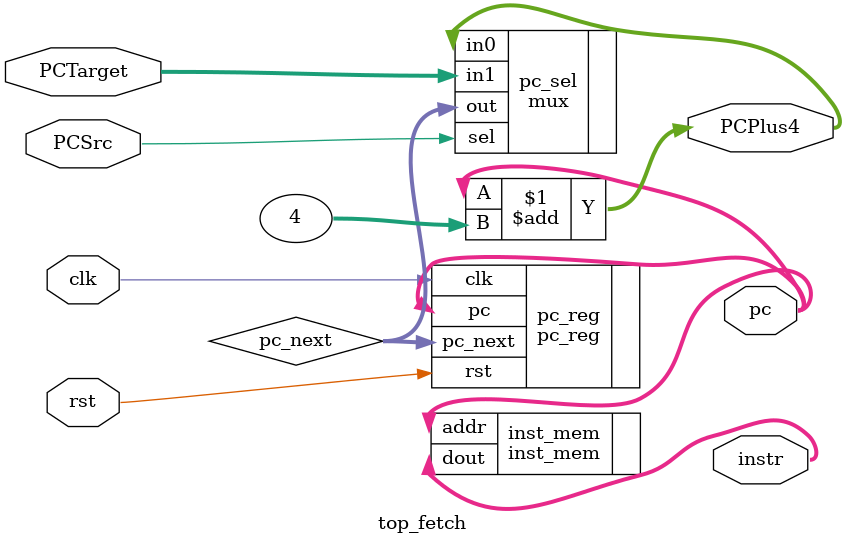
<source format=sv>
`include <./fetch/pc_reg.sv>
`include <./fetch/inst_mem.sv>

module top_fetch #(
    parameter   ADDRESS_WIDTH = 32
)(
    input  logic                       clk,
    input  logic                       rst,
    input  logic                       PCSrc,
    input  logic [ADDRESS_WIDTH-1:0]   PCTarget,
    output logic [ADDRESS_WIDTH-1:0]   instr,
    output logic [ADDRESS_WIDTH-1:0]   pc,
    output logic [ADDRESS_WIDTH-1:0]   PCPlus4
);

logic [ADDRESS_WIDTH-1:0] pc_next;


assign PCPlus4 = pc + 4;

pc_reg pc_reg(
    .clk    (clk),
    .rst    (rst),
    .pc_next(pc_next),
    .pc     (pc)
);

mux pc_sel
(
    .in0    (PCPlus4),
    .in1    (PCTarget),
    .sel    (PCSrc),
    .out    (pc_next)
);

    inst_mem inst_mem (
        .addr       (pc),
        .dout       (instr)
    );


    
endmodule

</source>
